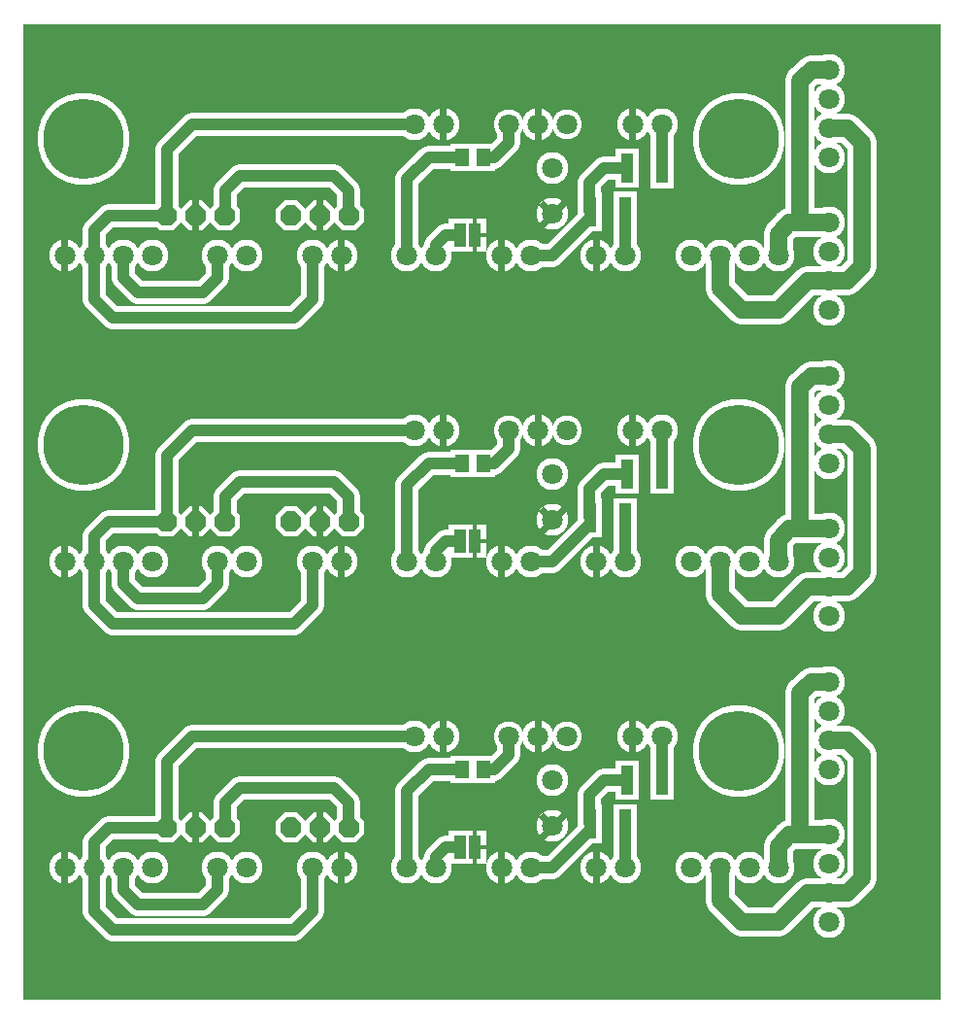
<source format=gbr>
%FSLAX34Y34*%
%MOMM*%
%LNCOPPER_TOP*%
G71*
G01*
%ADD10C, 2.80*%
%ADD11C, 8.00*%
%ADD12C, 2.50*%
%ADD13R, 2.00X3.50*%
%ADD14R, 2.10X2.40*%
%ADD15C, 2.60*%
%ADD16C, 2.00*%
%ADD17R, 2.00X3.00*%
%ADD18C, 0.60*%
%ADD19C, 0.33*%
%ADD20C, 1.80*%
%ADD21C, 7.00*%
%ADD22C, 1.50*%
%ADD23R, 1.00X2.50*%
%ADD24R, 1.30X1.60*%
%ADD25C, 1.00*%
%ADD26R, 1.00X2.00*%
%LPD*%
G36*
X0Y0D02*
X800000Y0D01*
X800000Y-850000D01*
X0Y-850000D01*
X0Y0D01*
G37*
%LPC*%
X703262Y-39688D02*
G54D10*
D03*
X703262Y-65088D02*
G54D10*
D03*
X703262Y-90488D02*
G54D10*
D03*
X703262Y-115888D02*
G54D10*
D03*
X703262Y-173038D02*
G54D10*
D03*
X703262Y-198438D02*
G54D10*
D03*
X703262Y-223838D02*
G54D10*
D03*
X703262Y-249238D02*
G54D10*
D03*
X525462Y-201612D02*
G54D10*
D03*
X500062Y-201612D02*
G54D10*
D03*
X531812Y-87312D02*
G54D10*
D03*
X557212Y-87312D02*
G54D10*
D03*
X658812Y-201612D02*
G54D10*
D03*
X633412Y-201612D02*
G54D10*
D03*
X608012Y-201612D02*
G54D10*
D03*
X582612Y-201612D02*
G54D10*
D03*
X341313Y-87312D02*
G54D10*
D03*
X366712Y-87312D02*
G54D10*
D03*
X623888Y-100012D02*
G54D11*
D03*
X52388Y-100012D02*
G54D11*
D03*
X500062Y-201612D02*
G54D10*
D03*
X112712Y-201612D02*
G54D10*
D03*
X87312Y-201612D02*
G54D10*
D03*
X61912Y-201612D02*
G54D10*
D03*
X36512Y-201612D02*
G54D10*
D03*
G54D12*
X703262Y-39688D02*
X687388Y-39688D01*
X677862Y-49212D01*
X677862Y-173038D01*
X703262Y-173038D01*
G54D12*
X703262Y-90488D02*
X719138Y-90488D01*
X731838Y-103188D01*
X731838Y-211138D01*
X719138Y-223838D01*
X703262Y-223838D01*
X494903Y-163512D02*
G54D13*
D03*
G36*
X515462Y-146013D02*
X535462Y-146012D01*
X535463Y-181012D01*
X515463Y-181013D01*
X515462Y-146013D01*
G37*
G36*
X220362Y-161292D02*
X227968Y-153688D01*
X238758Y-153688D01*
X246362Y-161292D01*
X246362Y-172082D01*
X238758Y-179688D01*
X227968Y-179688D01*
X220362Y-172082D01*
X220362Y-161292D01*
G37*
G36*
X245762Y-161292D02*
X253368Y-153688D01*
X264158Y-153688D01*
X271762Y-161292D01*
X271762Y-172082D01*
X264158Y-179688D01*
X253368Y-179688D01*
X245762Y-172082D01*
X245762Y-161292D01*
G37*
G36*
X271162Y-161292D02*
X278767Y-153688D01*
X289557Y-153688D01*
X297162Y-161292D01*
X297162Y-172082D01*
X289557Y-179688D01*
X278767Y-179688D01*
X271162Y-172082D01*
X271162Y-161292D01*
G37*
G36*
X245762Y-161292D02*
X253368Y-153688D01*
X264158Y-153688D01*
X271762Y-161292D01*
X271762Y-172082D01*
X264158Y-179688D01*
X253368Y-179688D01*
X245762Y-172082D01*
X245762Y-161292D01*
G37*
X442912Y-201612D02*
G54D10*
D03*
X417512Y-201612D02*
G54D10*
D03*
X401612Y-115912D02*
G54D14*
D03*
X382612Y-115912D02*
G54D14*
D03*
G36*
X112412Y-161292D02*
X120018Y-153688D01*
X130808Y-153688D01*
X138412Y-161292D01*
X138412Y-172082D01*
X130808Y-179688D01*
X120018Y-179688D01*
X112412Y-172082D01*
X112412Y-161292D01*
G37*
G36*
X137812Y-161292D02*
X145418Y-153688D01*
X156208Y-153688D01*
X163812Y-161292D01*
X163812Y-172082D01*
X156208Y-179688D01*
X145418Y-179688D01*
X137812Y-172082D01*
X137812Y-161292D01*
G37*
G36*
X163212Y-161293D02*
X170817Y-153688D01*
X181607Y-153688D01*
X189212Y-161293D01*
X189212Y-172083D01*
X181607Y-179688D01*
X170817Y-179688D01*
X163212Y-172083D01*
X163212Y-161293D01*
G37*
G36*
X137812Y-161292D02*
X145418Y-153688D01*
X156208Y-153688D01*
X163812Y-161292D01*
X163812Y-172082D01*
X156208Y-179688D01*
X145418Y-179688D01*
X137812Y-172082D01*
X137812Y-161292D01*
G37*
X423862Y-87312D02*
G54D15*
D03*
X449262Y-87312D02*
G54D15*
D03*
X474662Y-87312D02*
G54D15*
D03*
X417512Y-201612D02*
G54D10*
D03*
X366712Y-87312D02*
G54D10*
D03*
G54D12*
X608012Y-201612D02*
X608012Y-230188D01*
X627062Y-249238D01*
X658812Y-249238D01*
X684212Y-223838D01*
X709612Y-223838D01*
G54D16*
X525462Y-163512D02*
X525462Y-201612D01*
X531812Y-87312D02*
G54D10*
D03*
X449262Y-87312D02*
G54D10*
D03*
X360362Y-201612D02*
G54D10*
D03*
X334962Y-201612D02*
G54D10*
D03*
X36512Y-201612D02*
G54D10*
D03*
G54D16*
X125412Y-166688D02*
X74612Y-166688D01*
X61912Y-179388D01*
X61912Y-201612D01*
G54D16*
X341313Y-87312D02*
X147638Y-87312D01*
X125412Y-109538D01*
X125412Y-166688D01*
X526653Y-125412D02*
G54D13*
D03*
G36*
X547212Y-107913D02*
X567212Y-107912D01*
X567213Y-142912D01*
X547213Y-142913D01*
X547212Y-107913D01*
G37*
G54D16*
X284162Y-166688D02*
X284162Y-144462D01*
X271462Y-131762D01*
X188912Y-131762D01*
X176212Y-144462D01*
X176212Y-166688D01*
G54D16*
X557212Y-87312D02*
X557212Y-125412D01*
G54D16*
X526653Y-125412D02*
X506413Y-125412D01*
X493712Y-138112D01*
X493712Y-162322D01*
X494903Y-163512D01*
G54D16*
X423862Y-87312D02*
X423862Y-103188D01*
X411162Y-115888D01*
X401612Y-115912D01*
X461962Y-125412D02*
G54D10*
D03*
X461962Y-165412D02*
G54D10*
D03*
X195262Y-201612D02*
G54D10*
D03*
X169862Y-201612D02*
G54D10*
D03*
X277812Y-201612D02*
G54D10*
D03*
X252412Y-201612D02*
G54D10*
D03*
G54D12*
X677862Y-173038D02*
X668338Y-173038D01*
X658812Y-182562D01*
X658812Y-201612D01*
G54D16*
X494903Y-163512D02*
X494903Y-168672D01*
X461962Y-201612D01*
X442912Y-201612D01*
G54D16*
X169862Y-201612D02*
X169862Y-220662D01*
X157162Y-233362D01*
X100012Y-233362D01*
X87312Y-220662D01*
X87312Y-201612D01*
X277812Y-201612D02*
G54D10*
D03*
G54D16*
X252412Y-201612D02*
X252412Y-239712D01*
X236538Y-255588D01*
X77788Y-255588D01*
X61912Y-239712D01*
X61912Y-201612D01*
G54D16*
X382612Y-115912D02*
X353988Y-115912D01*
X334962Y-134938D01*
X334962Y-201612D01*
X381000Y-184150D02*
G54D17*
D03*
X393700Y-184150D02*
G54D17*
D03*
G54D16*
X360362Y-201612D02*
X360362Y-192088D01*
X368300Y-184150D01*
X381000Y-184150D01*
X703262Y-306388D02*
G54D10*
D03*
X703262Y-331788D02*
G54D10*
D03*
X703262Y-357188D02*
G54D10*
D03*
X703262Y-382588D02*
G54D10*
D03*
X703262Y-439738D02*
G54D10*
D03*
X703262Y-465138D02*
G54D10*
D03*
X703262Y-490538D02*
G54D10*
D03*
X703262Y-515938D02*
G54D10*
D03*
X525462Y-468312D02*
G54D10*
D03*
X500062Y-468312D02*
G54D10*
D03*
X531812Y-354012D02*
G54D10*
D03*
X557212Y-354012D02*
G54D10*
D03*
X658812Y-468312D02*
G54D10*
D03*
X633412Y-468312D02*
G54D10*
D03*
X608012Y-468312D02*
G54D10*
D03*
X582612Y-468312D02*
G54D10*
D03*
X341313Y-354012D02*
G54D10*
D03*
X366712Y-354012D02*
G54D10*
D03*
X623888Y-366712D02*
G54D11*
D03*
X52388Y-366712D02*
G54D11*
D03*
X500062Y-468312D02*
G54D10*
D03*
X112712Y-468312D02*
G54D10*
D03*
X87312Y-468312D02*
G54D10*
D03*
X61912Y-468312D02*
G54D10*
D03*
X36512Y-468312D02*
G54D10*
D03*
G54D12*
X703262Y-306388D02*
X687388Y-306388D01*
X677862Y-315912D01*
X677862Y-439738D01*
X703262Y-439738D01*
G54D12*
X703262Y-357188D02*
X719138Y-357188D01*
X731838Y-369888D01*
X731838Y-477838D01*
X719138Y-490538D01*
X703262Y-490538D01*
X494903Y-430212D02*
G54D13*
D03*
X525462Y-430212D02*
G54D13*
D03*
G36*
X220362Y-427992D02*
X227968Y-420388D01*
X238758Y-420388D01*
X246362Y-427992D01*
X246362Y-438782D01*
X238758Y-446388D01*
X227968Y-446388D01*
X220362Y-438782D01*
X220362Y-427992D01*
G37*
G36*
X245762Y-427992D02*
X253368Y-420388D01*
X264158Y-420388D01*
X271762Y-427992D01*
X271762Y-438782D01*
X264158Y-446388D01*
X253368Y-446388D01*
X245762Y-438782D01*
X245762Y-427992D01*
G37*
G36*
X271162Y-427992D02*
X278767Y-420388D01*
X289557Y-420388D01*
X297162Y-427992D01*
X297162Y-438782D01*
X289557Y-446388D01*
X278767Y-446388D01*
X271162Y-438782D01*
X271162Y-427992D01*
G37*
G36*
X245762Y-427992D02*
X253368Y-420388D01*
X264158Y-420388D01*
X271762Y-427992D01*
X271762Y-438782D01*
X264158Y-446388D01*
X253368Y-446388D01*
X245762Y-438782D01*
X245762Y-427992D01*
G37*
X442912Y-468312D02*
G54D10*
D03*
X417512Y-468312D02*
G54D10*
D03*
X401612Y-382612D02*
G54D14*
D03*
X382612Y-382612D02*
G54D14*
D03*
G36*
X112412Y-427992D02*
X120018Y-420388D01*
X130808Y-420388D01*
X138412Y-427992D01*
X138412Y-438782D01*
X130808Y-446388D01*
X120018Y-446388D01*
X112412Y-438782D01*
X112412Y-427992D01*
G37*
G36*
X137812Y-427992D02*
X145418Y-420388D01*
X156208Y-420388D01*
X163812Y-427992D01*
X163812Y-438782D01*
X156208Y-446388D01*
X145418Y-446388D01*
X137812Y-438782D01*
X137812Y-427992D01*
G37*
G36*
X163212Y-427992D02*
X170817Y-420388D01*
X181607Y-420388D01*
X189212Y-427992D01*
X189212Y-438782D01*
X181607Y-446388D01*
X170817Y-446388D01*
X163212Y-438782D01*
X163212Y-427992D01*
G37*
G36*
X137812Y-427992D02*
X145418Y-420388D01*
X156208Y-420388D01*
X163812Y-427992D01*
X163812Y-438782D01*
X156208Y-446388D01*
X145418Y-446388D01*
X137812Y-438782D01*
X137812Y-427992D01*
G37*
X423862Y-354012D02*
G54D15*
D03*
X449262Y-354012D02*
G54D15*
D03*
X474662Y-354012D02*
G54D15*
D03*
X417512Y-468312D02*
G54D10*
D03*
X366712Y-354012D02*
G54D10*
D03*
G54D12*
X608012Y-468312D02*
X608012Y-496888D01*
X627062Y-515938D01*
X658812Y-515938D01*
X684212Y-490538D01*
X709612Y-490538D01*
G54D16*
X525462Y-430212D02*
X525462Y-468312D01*
X531812Y-354012D02*
G54D10*
D03*
X449262Y-354012D02*
G54D10*
D03*
X360362Y-468312D02*
G54D10*
D03*
X334962Y-468312D02*
G54D10*
D03*
X36512Y-468312D02*
G54D10*
D03*
G54D16*
X125412Y-433388D02*
X74612Y-433388D01*
X61912Y-446088D01*
X61912Y-468312D01*
G54D16*
X341313Y-354012D02*
X147638Y-354012D01*
X125412Y-376238D01*
X125412Y-433388D01*
X526653Y-392112D02*
G54D13*
D03*
X557212Y-392112D02*
G54D13*
D03*
G54D16*
X284162Y-433388D02*
X284162Y-411162D01*
X271462Y-398462D01*
X188912Y-398462D01*
X176212Y-411162D01*
X176212Y-433388D01*
G54D16*
X557212Y-354012D02*
X557212Y-392112D01*
G54D16*
X526653Y-392112D02*
X506413Y-392112D01*
X493712Y-404812D01*
X493712Y-429022D01*
X494903Y-430212D01*
G54D16*
X423862Y-354012D02*
X423862Y-369888D01*
X411162Y-382588D01*
X401612Y-382612D01*
X461962Y-392112D02*
G54D10*
D03*
X461962Y-432112D02*
G54D10*
D03*
X195262Y-468312D02*
G54D10*
D03*
X169862Y-468312D02*
G54D10*
D03*
X277812Y-468312D02*
G54D10*
D03*
X252412Y-468312D02*
G54D10*
D03*
G54D12*
X677862Y-439738D02*
X668338Y-439738D01*
X658812Y-449262D01*
X658812Y-468312D01*
G54D16*
X494903Y-430212D02*
X494903Y-435372D01*
X461962Y-468312D01*
X442912Y-468312D01*
G54D16*
X169862Y-468312D02*
X169862Y-487362D01*
X157162Y-500062D01*
X100012Y-500062D01*
X87312Y-487362D01*
X87312Y-468312D01*
X277812Y-468312D02*
G54D10*
D03*
G54D16*
X252412Y-468312D02*
X252412Y-506412D01*
X236538Y-522288D01*
X77788Y-522288D01*
X61912Y-506412D01*
X61912Y-468312D01*
G54D16*
X382612Y-382612D02*
X353988Y-382612D01*
X334962Y-401638D01*
X334962Y-468312D01*
X381000Y-450850D02*
G54D17*
D03*
X393700Y-450850D02*
G54D17*
D03*
G54D16*
X360362Y-468312D02*
X360362Y-458788D01*
X368300Y-450850D01*
X381000Y-450850D01*
X703262Y-573088D02*
G54D10*
D03*
X703262Y-598488D02*
G54D10*
D03*
X703262Y-623888D02*
G54D10*
D03*
X703262Y-649288D02*
G54D10*
D03*
X703262Y-706438D02*
G54D10*
D03*
X703262Y-731838D02*
G54D10*
D03*
X703262Y-757238D02*
G54D10*
D03*
X703262Y-782638D02*
G54D10*
D03*
X525462Y-735012D02*
G54D10*
D03*
X500062Y-735012D02*
G54D10*
D03*
X531812Y-620712D02*
G54D10*
D03*
X557212Y-620712D02*
G54D10*
D03*
X658812Y-735012D02*
G54D10*
D03*
X633412Y-735012D02*
G54D10*
D03*
X608012Y-735012D02*
G54D10*
D03*
X582612Y-735012D02*
G54D10*
D03*
X341313Y-620712D02*
G54D10*
D03*
X366712Y-620712D02*
G54D10*
D03*
X623888Y-633412D02*
G54D11*
D03*
X52388Y-633412D02*
G54D11*
D03*
X500062Y-735012D02*
G54D10*
D03*
X112712Y-735012D02*
G54D10*
D03*
X87312Y-735012D02*
G54D10*
D03*
X61912Y-735012D02*
G54D10*
D03*
X36512Y-735012D02*
G54D10*
D03*
G54D12*
X703262Y-573088D02*
X687388Y-573088D01*
X677862Y-582612D01*
X677862Y-706438D01*
X703262Y-706438D01*
G54D12*
X703262Y-623888D02*
X719138Y-623888D01*
X731838Y-636588D01*
X731838Y-744538D01*
X719138Y-757238D01*
X703262Y-757238D01*
X494903Y-696912D02*
G54D13*
D03*
X525462Y-696912D02*
G54D13*
D03*
G36*
X220362Y-694692D02*
X227968Y-687088D01*
X238758Y-687088D01*
X246362Y-694692D01*
X246362Y-705482D01*
X238758Y-713088D01*
X227968Y-713088D01*
X220362Y-705482D01*
X220362Y-694692D01*
G37*
G36*
X245762Y-694692D02*
X253368Y-687088D01*
X264158Y-687088D01*
X271762Y-694692D01*
X271762Y-705482D01*
X264158Y-713088D01*
X253368Y-713088D01*
X245762Y-705482D01*
X245762Y-694692D01*
G37*
G36*
X271162Y-694692D02*
X278767Y-687088D01*
X289557Y-687088D01*
X297162Y-694692D01*
X297162Y-705482D01*
X289557Y-713088D01*
X278767Y-713088D01*
X271162Y-705482D01*
X271162Y-694692D01*
G37*
G36*
X245762Y-694692D02*
X253368Y-687088D01*
X264158Y-687088D01*
X271762Y-694692D01*
X271762Y-705482D01*
X264158Y-713088D01*
X253368Y-713088D01*
X245762Y-705482D01*
X245762Y-694692D01*
G37*
X442912Y-735012D02*
G54D10*
D03*
X417512Y-735012D02*
G54D10*
D03*
X401612Y-649312D02*
G54D14*
D03*
X382612Y-649312D02*
G54D14*
D03*
G36*
X112412Y-694692D02*
X120018Y-687088D01*
X130808Y-687088D01*
X138412Y-694692D01*
X138412Y-705482D01*
X130808Y-713088D01*
X120018Y-713088D01*
X112412Y-705482D01*
X112412Y-694692D01*
G37*
G36*
X137812Y-694692D02*
X145418Y-687088D01*
X156208Y-687088D01*
X163812Y-694692D01*
X163812Y-705482D01*
X156208Y-713088D01*
X145418Y-713088D01*
X137812Y-705482D01*
X137812Y-694692D01*
G37*
G36*
X163212Y-694692D02*
X170817Y-687088D01*
X181607Y-687088D01*
X189212Y-694692D01*
X189212Y-705482D01*
X181607Y-713088D01*
X170817Y-713088D01*
X163212Y-705482D01*
X163212Y-694692D01*
G37*
G36*
X137812Y-694692D02*
X145418Y-687088D01*
X156208Y-687088D01*
X163812Y-694692D01*
X163812Y-705482D01*
X156208Y-713088D01*
X145418Y-713088D01*
X137812Y-705482D01*
X137812Y-694692D01*
G37*
X423862Y-620712D02*
G54D15*
D03*
X449262Y-620712D02*
G54D15*
D03*
X474662Y-620712D02*
G54D15*
D03*
X417512Y-735012D02*
G54D10*
D03*
X366712Y-620712D02*
G54D10*
D03*
G54D12*
X608012Y-735012D02*
X608012Y-763588D01*
X627062Y-782638D01*
X658812Y-782638D01*
X684212Y-757238D01*
X709612Y-757238D01*
G54D16*
X525462Y-696912D02*
X525462Y-735012D01*
X531812Y-620712D02*
G54D10*
D03*
X449262Y-620712D02*
G54D10*
D03*
X360362Y-735012D02*
G54D10*
D03*
X334962Y-735012D02*
G54D10*
D03*
X36512Y-735012D02*
G54D10*
D03*
G54D16*
X125412Y-700088D02*
X74612Y-700088D01*
X61912Y-712788D01*
X61912Y-735012D01*
G54D16*
X341313Y-620712D02*
X147638Y-620712D01*
X125412Y-642938D01*
X125412Y-700088D01*
X526653Y-658812D02*
G54D13*
D03*
X557212Y-658812D02*
G54D13*
D03*
G54D16*
X284162Y-700088D02*
X284162Y-677862D01*
X271462Y-665162D01*
X188912Y-665162D01*
X176212Y-677862D01*
X176212Y-700088D01*
G54D16*
X557212Y-620712D02*
X557212Y-658812D01*
G54D16*
X526653Y-658812D02*
X506413Y-658812D01*
X493712Y-671512D01*
X493712Y-695722D01*
X494903Y-696912D01*
G54D16*
X423862Y-620712D02*
X423862Y-636588D01*
X411162Y-649288D01*
X401612Y-649312D01*
X461962Y-658812D02*
G54D10*
D03*
X461962Y-698812D02*
G54D10*
D03*
X195262Y-735012D02*
G54D10*
D03*
X169862Y-735012D02*
G54D10*
D03*
X277812Y-735012D02*
G54D10*
D03*
X252412Y-735012D02*
G54D10*
D03*
G54D12*
X677862Y-706438D02*
X668338Y-706438D01*
X658812Y-715962D01*
X658812Y-735012D01*
G54D16*
X494903Y-696912D02*
X494903Y-702072D01*
X461962Y-735012D01*
X442912Y-735012D01*
G54D16*
X169862Y-735012D02*
X169862Y-754062D01*
X157162Y-766762D01*
X100012Y-766762D01*
X87312Y-754062D01*
X87312Y-735012D01*
X277812Y-735012D02*
G54D10*
D03*
G54D16*
X252412Y-735012D02*
X252412Y-773112D01*
X236538Y-788988D01*
X77788Y-788988D01*
X61912Y-773112D01*
X61912Y-735012D01*
G54D16*
X382612Y-649312D02*
X353988Y-649312D01*
X334962Y-668338D01*
X334962Y-735012D01*
X381000Y-717550D02*
G54D17*
D03*
X393700Y-717550D02*
G54D17*
D03*
G54D16*
X360362Y-735012D02*
X360362Y-725488D01*
X368300Y-717550D01*
X381000Y-717550D01*
%LPD*%
G54D18*
G36*
X503062Y-201612D02*
X503062Y-216112D01*
X497062Y-216112D01*
X497062Y-201612D01*
X503062Y-201612D01*
G37*
G36*
X497062Y-201612D02*
X497062Y-187112D01*
X503062Y-187112D01*
X503062Y-201612D01*
X497062Y-201612D01*
G37*
G54D18*
G36*
X255762Y-166688D02*
X255762Y-153188D01*
X261762Y-153188D01*
X261762Y-166688D01*
X255762Y-166688D01*
G37*
G36*
X261762Y-166688D02*
X261762Y-180188D01*
X255762Y-180188D01*
X255762Y-166688D01*
X261762Y-166688D01*
G37*
G54D18*
G36*
X147812Y-166688D02*
X147812Y-153188D01*
X153812Y-153188D01*
X153812Y-166688D01*
X147812Y-166688D01*
G37*
G36*
X153812Y-166688D02*
X153812Y-180188D01*
X147812Y-180188D01*
X147812Y-166688D01*
X153812Y-166688D01*
G37*
G54D18*
G36*
X420512Y-201612D02*
X420512Y-216112D01*
X414512Y-216112D01*
X414512Y-201612D01*
X420512Y-201612D01*
G37*
G36*
X414512Y-201612D02*
X414512Y-187112D01*
X420512Y-187112D01*
X420512Y-201612D01*
X414512Y-201612D01*
G37*
G54D18*
G36*
X369712Y-87312D02*
X369712Y-101812D01*
X363712Y-101812D01*
X363712Y-87312D01*
X369712Y-87312D01*
G37*
G36*
X363712Y-87312D02*
X363712Y-72812D01*
X369712Y-72812D01*
X369712Y-87312D01*
X363712Y-87312D01*
G37*
G54D18*
G36*
X534812Y-87312D02*
X534812Y-101812D01*
X528812Y-101812D01*
X528812Y-87312D01*
X534812Y-87312D01*
G37*
G36*
X528812Y-87312D02*
X528812Y-72812D01*
X534812Y-72812D01*
X534812Y-87312D01*
X528812Y-87312D01*
G37*
G54D18*
G36*
X452262Y-87312D02*
X452262Y-101812D01*
X446262Y-101812D01*
X446262Y-87312D01*
X452262Y-87312D01*
G37*
G36*
X446262Y-87312D02*
X446262Y-72812D01*
X452262Y-72812D01*
X452262Y-87312D01*
X446262Y-87312D01*
G37*
G54D18*
G36*
X39512Y-201612D02*
X39512Y-216112D01*
X33512Y-216112D01*
X33512Y-201612D01*
X39512Y-201612D01*
G37*
G36*
X33512Y-201612D02*
X33512Y-187112D01*
X39512Y-187112D01*
X39512Y-201612D01*
X33512Y-201612D01*
G37*
G54D18*
G36*
X464084Y-167534D02*
X453831Y-177787D01*
X449588Y-173544D01*
X459841Y-163291D01*
X464084Y-167534D01*
G37*
G36*
X459841Y-167534D02*
X449588Y-157281D01*
X453831Y-153038D01*
X464084Y-163291D01*
X459841Y-167534D01*
G37*
G36*
X459841Y-163291D02*
X470094Y-153038D01*
X474337Y-157281D01*
X464084Y-167534D01*
X459841Y-163291D01*
G37*
G54D18*
G36*
X280812Y-201612D02*
X280812Y-216112D01*
X274812Y-216112D01*
X274812Y-201612D01*
X280812Y-201612D01*
G37*
G36*
X274812Y-201612D02*
X274812Y-187112D01*
X280812Y-187112D01*
X280812Y-201612D01*
X274812Y-201612D01*
G37*
G54D19*
G36*
X392034Y-184150D02*
X392034Y-168650D01*
X395366Y-168650D01*
X395366Y-184150D01*
X392034Y-184150D01*
G37*
G36*
X393700Y-182484D02*
X404200Y-182484D01*
X404200Y-185816D01*
X393700Y-185816D01*
X393700Y-182484D01*
G37*
G36*
X395366Y-184150D02*
X395366Y-199650D01*
X392034Y-199650D01*
X392034Y-184150D01*
X395366Y-184150D01*
G37*
G54D18*
G36*
X503062Y-468312D02*
X503062Y-482812D01*
X497062Y-482812D01*
X497062Y-468312D01*
X503062Y-468312D01*
G37*
G36*
X497062Y-468312D02*
X497062Y-453812D01*
X503062Y-453812D01*
X503062Y-468312D01*
X497062Y-468312D01*
G37*
G54D18*
G36*
X255762Y-433388D02*
X255762Y-419888D01*
X261762Y-419888D01*
X261762Y-433388D01*
X255762Y-433388D01*
G37*
G36*
X261762Y-433388D02*
X261762Y-446888D01*
X255762Y-446888D01*
X255762Y-433388D01*
X261762Y-433388D01*
G37*
G54D18*
G36*
X147812Y-433388D02*
X147812Y-419888D01*
X153812Y-419888D01*
X153812Y-433388D01*
X147812Y-433388D01*
G37*
G36*
X153812Y-433388D02*
X153812Y-446888D01*
X147812Y-446888D01*
X147812Y-433388D01*
X153812Y-433388D01*
G37*
G54D18*
G36*
X420512Y-468312D02*
X420512Y-482812D01*
X414512Y-482812D01*
X414512Y-468312D01*
X420512Y-468312D01*
G37*
G36*
X414512Y-468312D02*
X414512Y-453812D01*
X420512Y-453812D01*
X420512Y-468312D01*
X414512Y-468312D01*
G37*
G54D18*
G36*
X369712Y-354012D02*
X369712Y-368512D01*
X363712Y-368512D01*
X363712Y-354012D01*
X369712Y-354012D01*
G37*
G36*
X363712Y-354012D02*
X363712Y-339512D01*
X369712Y-339512D01*
X369712Y-354012D01*
X363712Y-354012D01*
G37*
G54D18*
G36*
X534812Y-354012D02*
X534812Y-368512D01*
X528812Y-368512D01*
X528812Y-354012D01*
X534812Y-354012D01*
G37*
G36*
X528812Y-354012D02*
X528812Y-339512D01*
X534812Y-339512D01*
X534812Y-354012D01*
X528812Y-354012D01*
G37*
G54D18*
G36*
X452262Y-354012D02*
X452262Y-368512D01*
X446262Y-368512D01*
X446262Y-354012D01*
X452262Y-354012D01*
G37*
G36*
X446262Y-354012D02*
X446262Y-339512D01*
X452262Y-339512D01*
X452262Y-354012D01*
X446262Y-354012D01*
G37*
G54D18*
G36*
X39512Y-468312D02*
X39512Y-482812D01*
X33512Y-482812D01*
X33512Y-468312D01*
X39512Y-468312D01*
G37*
G36*
X33512Y-468312D02*
X33512Y-453812D01*
X39512Y-453812D01*
X39512Y-468312D01*
X33512Y-468312D01*
G37*
G54D18*
G36*
X464084Y-434234D02*
X453831Y-444487D01*
X449588Y-440244D01*
X459841Y-429991D01*
X464084Y-434234D01*
G37*
G36*
X459841Y-434234D02*
X449588Y-423981D01*
X453831Y-419738D01*
X464084Y-429991D01*
X459841Y-434234D01*
G37*
G36*
X459841Y-429991D02*
X470094Y-419738D01*
X474337Y-423981D01*
X464084Y-434234D01*
X459841Y-429991D01*
G37*
G54D18*
G36*
X280812Y-468312D02*
X280812Y-482812D01*
X274812Y-482812D01*
X274812Y-468312D01*
X280812Y-468312D01*
G37*
G36*
X274812Y-468312D02*
X274812Y-453812D01*
X280812Y-453812D01*
X280812Y-468312D01*
X274812Y-468312D01*
G37*
G54D19*
G36*
X392034Y-450850D02*
X392034Y-435350D01*
X395366Y-435350D01*
X395366Y-450850D01*
X392034Y-450850D01*
G37*
G36*
X393700Y-449184D02*
X404200Y-449184D01*
X404200Y-452516D01*
X393700Y-452516D01*
X393700Y-449184D01*
G37*
G36*
X395366Y-450850D02*
X395366Y-466350D01*
X392034Y-466350D01*
X392034Y-450850D01*
X395366Y-450850D01*
G37*
G54D18*
G36*
X503062Y-735012D02*
X503062Y-749512D01*
X497062Y-749512D01*
X497062Y-735012D01*
X503062Y-735012D01*
G37*
G36*
X497062Y-735012D02*
X497062Y-720512D01*
X503062Y-720512D01*
X503062Y-735012D01*
X497062Y-735012D01*
G37*
G54D18*
G36*
X255762Y-700088D02*
X255762Y-686588D01*
X261762Y-686588D01*
X261762Y-700088D01*
X255762Y-700088D01*
G37*
G36*
X261762Y-700088D02*
X261762Y-713588D01*
X255762Y-713588D01*
X255762Y-700088D01*
X261762Y-700088D01*
G37*
G54D18*
G36*
X147812Y-700088D02*
X147812Y-686588D01*
X153812Y-686588D01*
X153812Y-700088D01*
X147812Y-700088D01*
G37*
G36*
X153812Y-700088D02*
X153812Y-713588D01*
X147812Y-713588D01*
X147812Y-700088D01*
X153812Y-700088D01*
G37*
G54D18*
G36*
X420512Y-735012D02*
X420512Y-749512D01*
X414512Y-749512D01*
X414512Y-735012D01*
X420512Y-735012D01*
G37*
G36*
X414512Y-735012D02*
X414512Y-720512D01*
X420512Y-720512D01*
X420512Y-735012D01*
X414512Y-735012D01*
G37*
G54D18*
G36*
X369712Y-620712D02*
X369712Y-635212D01*
X363712Y-635212D01*
X363712Y-620712D01*
X369712Y-620712D01*
G37*
G36*
X363712Y-620712D02*
X363712Y-606212D01*
X369712Y-606212D01*
X369712Y-620712D01*
X363712Y-620712D01*
G37*
G54D18*
G36*
X534812Y-620712D02*
X534812Y-635212D01*
X528812Y-635212D01*
X528812Y-620712D01*
X534812Y-620712D01*
G37*
G36*
X528812Y-620712D02*
X528812Y-606212D01*
X534812Y-606212D01*
X534812Y-620712D01*
X528812Y-620712D01*
G37*
G54D18*
G36*
X452262Y-620712D02*
X452262Y-635212D01*
X446262Y-635212D01*
X446262Y-620712D01*
X452262Y-620712D01*
G37*
G36*
X446262Y-620712D02*
X446262Y-606212D01*
X452262Y-606212D01*
X452262Y-620712D01*
X446262Y-620712D01*
G37*
G54D18*
G36*
X39512Y-735012D02*
X39512Y-749512D01*
X33512Y-749512D01*
X33512Y-735012D01*
X39512Y-735012D01*
G37*
G36*
X33512Y-735012D02*
X33512Y-720512D01*
X39512Y-720512D01*
X39512Y-735012D01*
X33512Y-735012D01*
G37*
G54D18*
G36*
X464084Y-700934D02*
X453831Y-711187D01*
X449588Y-706944D01*
X459841Y-696691D01*
X464084Y-700934D01*
G37*
G36*
X459841Y-700934D02*
X449588Y-690681D01*
X453831Y-686438D01*
X464084Y-696691D01*
X459841Y-700934D01*
G37*
G36*
X459841Y-696691D02*
X470094Y-686438D01*
X474337Y-690681D01*
X464084Y-700934D01*
X459841Y-696691D01*
G37*
G54D18*
G36*
X280812Y-735012D02*
X280812Y-749512D01*
X274812Y-749512D01*
X274812Y-735012D01*
X280812Y-735012D01*
G37*
G36*
X274812Y-735012D02*
X274812Y-720512D01*
X280812Y-720512D01*
X280812Y-735012D01*
X274812Y-735012D01*
G37*
G54D19*
G36*
X392034Y-717550D02*
X392034Y-702050D01*
X395366Y-702050D01*
X395366Y-717550D01*
X392034Y-717550D01*
G37*
G36*
X393700Y-715884D02*
X404200Y-715884D01*
X404200Y-719216D01*
X393700Y-719216D01*
X393700Y-715884D01*
G37*
G36*
X395366Y-717550D02*
X395366Y-733050D01*
X392034Y-733050D01*
X392034Y-717550D01*
X395366Y-717550D01*
G37*
X703262Y-39688D02*
G54D20*
D03*
X703262Y-65088D02*
G54D20*
D03*
X703262Y-90488D02*
G54D20*
D03*
X703262Y-115888D02*
G54D20*
D03*
X703262Y-173038D02*
G54D20*
D03*
X703262Y-198438D02*
G54D20*
D03*
X703262Y-223838D02*
G54D20*
D03*
X703262Y-249238D02*
G54D20*
D03*
X525462Y-201612D02*
G54D20*
D03*
X500062Y-201612D02*
G54D20*
D03*
X531812Y-87312D02*
G54D20*
D03*
X557212Y-87312D02*
G54D20*
D03*
X658812Y-201612D02*
G54D20*
D03*
X633412Y-201612D02*
G54D20*
D03*
X608012Y-201612D02*
G54D20*
D03*
X582612Y-201612D02*
G54D20*
D03*
X341313Y-87312D02*
G54D20*
D03*
X366712Y-87312D02*
G54D20*
D03*
X623888Y-100012D02*
G54D21*
D03*
X52388Y-100012D02*
G54D21*
D03*
X500062Y-201612D02*
G54D20*
D03*
X112712Y-201612D02*
G54D20*
D03*
X87312Y-201612D02*
G54D20*
D03*
X61912Y-201612D02*
G54D20*
D03*
X36512Y-201612D02*
G54D20*
D03*
G54D22*
X703262Y-39688D02*
X687388Y-39688D01*
X677862Y-49212D01*
X677862Y-173038D01*
X703262Y-173038D01*
G54D22*
X703262Y-90488D02*
X719138Y-90488D01*
X731838Y-103188D01*
X731838Y-211138D01*
X719138Y-223838D01*
X703262Y-223838D01*
X494903Y-163512D02*
G54D23*
D03*
G36*
X520462Y-151013D02*
X530462Y-151012D01*
X530463Y-176012D01*
X520463Y-176013D01*
X520462Y-151013D01*
G37*
G36*
X224362Y-162952D02*
X229628Y-157688D01*
X237098Y-157688D01*
X242362Y-162952D01*
X242362Y-170422D01*
X237098Y-175688D01*
X229628Y-175688D01*
X224362Y-170422D01*
X224362Y-162952D01*
G37*
G36*
X249762Y-162952D02*
X255028Y-157688D01*
X262498Y-157688D01*
X267762Y-162952D01*
X267762Y-170422D01*
X262498Y-175688D01*
X255028Y-175688D01*
X249762Y-170422D01*
X249762Y-162952D01*
G37*
G36*
X275162Y-162952D02*
X280427Y-157688D01*
X287897Y-157688D01*
X293162Y-162952D01*
X293162Y-170422D01*
X287897Y-175688D01*
X280427Y-175688D01*
X275162Y-170422D01*
X275162Y-162952D01*
G37*
G36*
X249762Y-162952D02*
X255028Y-157688D01*
X262498Y-157688D01*
X267762Y-162952D01*
X267762Y-170422D01*
X262498Y-175688D01*
X255028Y-175688D01*
X249762Y-170422D01*
X249762Y-162952D01*
G37*
X442912Y-201612D02*
G54D20*
D03*
X417512Y-201612D02*
G54D20*
D03*
X401612Y-115912D02*
G54D24*
D03*
X382612Y-115912D02*
G54D24*
D03*
G36*
X116412Y-162952D02*
X121678Y-157688D01*
X129148Y-157688D01*
X134412Y-162952D01*
X134412Y-170422D01*
X129148Y-175688D01*
X121678Y-175688D01*
X116412Y-170422D01*
X116412Y-162952D01*
G37*
G36*
X141812Y-162952D02*
X147078Y-157688D01*
X154548Y-157688D01*
X159812Y-162952D01*
X159812Y-170422D01*
X154548Y-175688D01*
X147078Y-175688D01*
X141812Y-170422D01*
X141812Y-162952D01*
G37*
G36*
X167212Y-162953D02*
X172477Y-157688D01*
X179947Y-157688D01*
X185212Y-162953D01*
X185212Y-170423D01*
X179947Y-175688D01*
X172477Y-175688D01*
X167212Y-170423D01*
X167212Y-162953D01*
G37*
G36*
X141812Y-162952D02*
X147078Y-157688D01*
X154548Y-157688D01*
X159812Y-162952D01*
X159812Y-170422D01*
X154548Y-175688D01*
X147078Y-175688D01*
X141812Y-170422D01*
X141812Y-162952D01*
G37*
X423862Y-87312D02*
G54D20*
D03*
X449262Y-87312D02*
G54D20*
D03*
X474662Y-87312D02*
G54D20*
D03*
X417512Y-201612D02*
G54D20*
D03*
X366712Y-87312D02*
G54D20*
D03*
G54D22*
X608012Y-201612D02*
X608012Y-230188D01*
X627062Y-249238D01*
X658812Y-249238D01*
X684212Y-223838D01*
X709612Y-223838D01*
G54D25*
X525462Y-163512D02*
X525462Y-201612D01*
X531812Y-87312D02*
G54D20*
D03*
X449262Y-87312D02*
G54D20*
D03*
X360362Y-201612D02*
G54D20*
D03*
X334962Y-201612D02*
G54D20*
D03*
X36512Y-201612D02*
G54D20*
D03*
G54D25*
X125412Y-166688D02*
X74612Y-166688D01*
X61912Y-179388D01*
X61912Y-201612D01*
G54D25*
X341313Y-87312D02*
X147638Y-87312D01*
X125412Y-109538D01*
X125412Y-166688D01*
X526653Y-125412D02*
G54D23*
D03*
G36*
X552212Y-112913D02*
X562212Y-112912D01*
X562213Y-137912D01*
X552213Y-137913D01*
X552212Y-112913D01*
G37*
G54D25*
X284162Y-166688D02*
X284162Y-144462D01*
X271462Y-131762D01*
X188912Y-131762D01*
X176212Y-144462D01*
X176212Y-166688D01*
G54D25*
X557212Y-87312D02*
X557212Y-125412D01*
G54D25*
X526653Y-125412D02*
X506413Y-125412D01*
X493712Y-138112D01*
X493712Y-162322D01*
X494903Y-163512D01*
G54D25*
X423862Y-87312D02*
X423862Y-103188D01*
X411162Y-115888D01*
X401612Y-115912D01*
X461962Y-125412D02*
G54D20*
D03*
X461962Y-165412D02*
G54D20*
D03*
X195262Y-201612D02*
G54D20*
D03*
X169862Y-201612D02*
G54D20*
D03*
X277812Y-201612D02*
G54D20*
D03*
X252412Y-201612D02*
G54D20*
D03*
G54D22*
X677862Y-173038D02*
X668338Y-173038D01*
X658812Y-182562D01*
X658812Y-201612D01*
G54D25*
X494903Y-163512D02*
X494903Y-168672D01*
X461962Y-201612D01*
X442912Y-201612D01*
G54D25*
X169862Y-201612D02*
X169862Y-220662D01*
X157162Y-233362D01*
X100012Y-233362D01*
X87312Y-220662D01*
X87312Y-201612D01*
X277812Y-201612D02*
G54D20*
D03*
G54D25*
X252412Y-201612D02*
X252412Y-239712D01*
X236538Y-255588D01*
X77788Y-255588D01*
X61912Y-239712D01*
X61912Y-201612D01*
G54D25*
X382612Y-115912D02*
X353988Y-115912D01*
X334962Y-134938D01*
X334962Y-201612D01*
X381000Y-184150D02*
G54D26*
D03*
X393700Y-184150D02*
G54D26*
D03*
G54D25*
X360362Y-201612D02*
X360362Y-192088D01*
X368300Y-184150D01*
X381000Y-184150D01*
X703262Y-306388D02*
G54D20*
D03*
X703262Y-331788D02*
G54D20*
D03*
X703262Y-357188D02*
G54D20*
D03*
X703262Y-382588D02*
G54D20*
D03*
X703262Y-439738D02*
G54D20*
D03*
X703262Y-465138D02*
G54D20*
D03*
X703262Y-490538D02*
G54D20*
D03*
X703262Y-515938D02*
G54D20*
D03*
X525462Y-468312D02*
G54D20*
D03*
X500062Y-468312D02*
G54D20*
D03*
X531812Y-354012D02*
G54D20*
D03*
X557212Y-354012D02*
G54D20*
D03*
X658812Y-468312D02*
G54D20*
D03*
X633412Y-468312D02*
G54D20*
D03*
X608012Y-468312D02*
G54D20*
D03*
X582612Y-468312D02*
G54D20*
D03*
X341313Y-354012D02*
G54D20*
D03*
X366712Y-354012D02*
G54D20*
D03*
X623888Y-366712D02*
G54D21*
D03*
X52388Y-366712D02*
G54D21*
D03*
X500062Y-468312D02*
G54D20*
D03*
X112712Y-468312D02*
G54D20*
D03*
X87312Y-468312D02*
G54D20*
D03*
X61912Y-468312D02*
G54D20*
D03*
X36512Y-468312D02*
G54D20*
D03*
G54D22*
X703262Y-306388D02*
X687388Y-306388D01*
X677862Y-315912D01*
X677862Y-439738D01*
X703262Y-439738D01*
G54D22*
X703262Y-357188D02*
X719138Y-357188D01*
X731838Y-369888D01*
X731838Y-477838D01*
X719138Y-490538D01*
X703262Y-490538D01*
X494903Y-430212D02*
G54D23*
D03*
X525462Y-430212D02*
G54D23*
D03*
G36*
X224362Y-429652D02*
X229628Y-424388D01*
X237098Y-424388D01*
X242362Y-429652D01*
X242362Y-437122D01*
X237098Y-442388D01*
X229628Y-442388D01*
X224362Y-437122D01*
X224362Y-429652D01*
G37*
G36*
X249762Y-429652D02*
X255028Y-424388D01*
X262498Y-424388D01*
X267762Y-429652D01*
X267762Y-437122D01*
X262498Y-442388D01*
X255028Y-442388D01*
X249762Y-437122D01*
X249762Y-429652D01*
G37*
G36*
X275162Y-429652D02*
X280427Y-424388D01*
X287897Y-424388D01*
X293162Y-429652D01*
X293162Y-437122D01*
X287897Y-442388D01*
X280427Y-442388D01*
X275162Y-437122D01*
X275162Y-429652D01*
G37*
G36*
X249762Y-429652D02*
X255028Y-424388D01*
X262498Y-424388D01*
X267762Y-429652D01*
X267762Y-437122D01*
X262498Y-442388D01*
X255028Y-442388D01*
X249762Y-437122D01*
X249762Y-429652D01*
G37*
X442912Y-468312D02*
G54D20*
D03*
X417512Y-468312D02*
G54D20*
D03*
X401612Y-382612D02*
G54D24*
D03*
X382612Y-382612D02*
G54D24*
D03*
G36*
X116412Y-429652D02*
X121678Y-424388D01*
X129148Y-424388D01*
X134412Y-429652D01*
X134412Y-437122D01*
X129148Y-442388D01*
X121678Y-442388D01*
X116412Y-437122D01*
X116412Y-429652D01*
G37*
G36*
X141812Y-429652D02*
X147078Y-424388D01*
X154548Y-424388D01*
X159812Y-429652D01*
X159812Y-437122D01*
X154548Y-442388D01*
X147078Y-442388D01*
X141812Y-437122D01*
X141812Y-429652D01*
G37*
G36*
X167212Y-429652D02*
X172477Y-424388D01*
X179947Y-424388D01*
X185212Y-429652D01*
X185212Y-437122D01*
X179947Y-442388D01*
X172477Y-442388D01*
X167212Y-437122D01*
X167212Y-429652D01*
G37*
G36*
X141812Y-429652D02*
X147078Y-424388D01*
X154548Y-424388D01*
X159812Y-429652D01*
X159812Y-437122D01*
X154548Y-442388D01*
X147078Y-442388D01*
X141812Y-437122D01*
X141812Y-429652D01*
G37*
X423862Y-354012D02*
G54D20*
D03*
X449262Y-354012D02*
G54D20*
D03*
X474662Y-354012D02*
G54D20*
D03*
X417512Y-468312D02*
G54D20*
D03*
X366712Y-354012D02*
G54D20*
D03*
G54D22*
X608012Y-468312D02*
X608012Y-496888D01*
X627062Y-515938D01*
X658812Y-515938D01*
X684212Y-490538D01*
X709612Y-490538D01*
G54D25*
X525462Y-430212D02*
X525462Y-468312D01*
X531812Y-354012D02*
G54D20*
D03*
X449262Y-354012D02*
G54D20*
D03*
X360362Y-468312D02*
G54D20*
D03*
X334962Y-468312D02*
G54D20*
D03*
X36512Y-468312D02*
G54D20*
D03*
G54D25*
X125412Y-433388D02*
X74612Y-433388D01*
X61912Y-446088D01*
X61912Y-468312D01*
G54D25*
X341313Y-354012D02*
X147638Y-354012D01*
X125412Y-376238D01*
X125412Y-433388D01*
X526653Y-392112D02*
G54D23*
D03*
X557212Y-392112D02*
G54D23*
D03*
G54D25*
X284162Y-433388D02*
X284162Y-411162D01*
X271462Y-398462D01*
X188912Y-398462D01*
X176212Y-411162D01*
X176212Y-433388D01*
G54D25*
X557212Y-354012D02*
X557212Y-392112D01*
G54D25*
X526653Y-392112D02*
X506413Y-392112D01*
X493712Y-404812D01*
X493712Y-429022D01*
X494903Y-430212D01*
G54D25*
X423862Y-354012D02*
X423862Y-369888D01*
X411162Y-382588D01*
X401612Y-382612D01*
X461962Y-392112D02*
G54D20*
D03*
X461962Y-432112D02*
G54D20*
D03*
X195262Y-468312D02*
G54D20*
D03*
X169862Y-468312D02*
G54D20*
D03*
X277812Y-468312D02*
G54D20*
D03*
X252412Y-468312D02*
G54D20*
D03*
G54D22*
X677862Y-439738D02*
X668338Y-439738D01*
X658812Y-449262D01*
X658812Y-468312D01*
G54D25*
X494903Y-430212D02*
X494903Y-435372D01*
X461962Y-468312D01*
X442912Y-468312D01*
G54D25*
X169862Y-468312D02*
X169862Y-487362D01*
X157162Y-500062D01*
X100012Y-500062D01*
X87312Y-487362D01*
X87312Y-468312D01*
X277812Y-468312D02*
G54D20*
D03*
G54D25*
X252412Y-468312D02*
X252412Y-506412D01*
X236538Y-522288D01*
X77788Y-522288D01*
X61912Y-506412D01*
X61912Y-468312D01*
G54D25*
X382612Y-382612D02*
X353988Y-382612D01*
X334962Y-401638D01*
X334962Y-468312D01*
X381000Y-450850D02*
G54D26*
D03*
X393700Y-450850D02*
G54D26*
D03*
G54D25*
X360362Y-468312D02*
X360362Y-458788D01*
X368300Y-450850D01*
X381000Y-450850D01*
X703262Y-573088D02*
G54D20*
D03*
X703262Y-598488D02*
G54D20*
D03*
X703262Y-623888D02*
G54D20*
D03*
X703262Y-649288D02*
G54D20*
D03*
X703262Y-706438D02*
G54D20*
D03*
X703262Y-731838D02*
G54D20*
D03*
X703262Y-757238D02*
G54D20*
D03*
X703262Y-782638D02*
G54D20*
D03*
X525462Y-735012D02*
G54D20*
D03*
X500062Y-735012D02*
G54D20*
D03*
X531812Y-620712D02*
G54D20*
D03*
X557212Y-620712D02*
G54D20*
D03*
X658812Y-735012D02*
G54D20*
D03*
X633412Y-735012D02*
G54D20*
D03*
X608012Y-735012D02*
G54D20*
D03*
X582612Y-735012D02*
G54D20*
D03*
X341313Y-620712D02*
G54D20*
D03*
X366712Y-620712D02*
G54D20*
D03*
X623888Y-633412D02*
G54D21*
D03*
X52388Y-633412D02*
G54D21*
D03*
X500062Y-735012D02*
G54D20*
D03*
X112712Y-735012D02*
G54D20*
D03*
X87312Y-735012D02*
G54D20*
D03*
X61912Y-735012D02*
G54D20*
D03*
X36512Y-735012D02*
G54D20*
D03*
G54D22*
X703262Y-573088D02*
X687388Y-573088D01*
X677862Y-582612D01*
X677862Y-706438D01*
X703262Y-706438D01*
G54D22*
X703262Y-623888D02*
X719138Y-623888D01*
X731838Y-636588D01*
X731838Y-744538D01*
X719138Y-757238D01*
X703262Y-757238D01*
X494903Y-696912D02*
G54D23*
D03*
X525462Y-696912D02*
G54D23*
D03*
G36*
X224362Y-696352D02*
X229628Y-691088D01*
X237098Y-691088D01*
X242362Y-696352D01*
X242362Y-703822D01*
X237098Y-709088D01*
X229628Y-709088D01*
X224362Y-703822D01*
X224362Y-696352D01*
G37*
G36*
X249762Y-696352D02*
X255028Y-691088D01*
X262498Y-691088D01*
X267762Y-696352D01*
X267762Y-703822D01*
X262498Y-709088D01*
X255028Y-709088D01*
X249762Y-703822D01*
X249762Y-696352D01*
G37*
G36*
X275162Y-696352D02*
X280427Y-691088D01*
X287897Y-691088D01*
X293162Y-696352D01*
X293162Y-703822D01*
X287897Y-709088D01*
X280427Y-709088D01*
X275162Y-703822D01*
X275162Y-696352D01*
G37*
G36*
X249762Y-696352D02*
X255028Y-691088D01*
X262498Y-691088D01*
X267762Y-696352D01*
X267762Y-703822D01*
X262498Y-709088D01*
X255028Y-709088D01*
X249762Y-703822D01*
X249762Y-696352D01*
G37*
X442912Y-735012D02*
G54D20*
D03*
X417512Y-735012D02*
G54D20*
D03*
X401612Y-649312D02*
G54D24*
D03*
X382612Y-649312D02*
G54D24*
D03*
G36*
X116412Y-696352D02*
X121678Y-691088D01*
X129148Y-691088D01*
X134412Y-696352D01*
X134412Y-703822D01*
X129148Y-709088D01*
X121678Y-709088D01*
X116412Y-703822D01*
X116412Y-696352D01*
G37*
G36*
X141812Y-696352D02*
X147078Y-691088D01*
X154548Y-691088D01*
X159812Y-696352D01*
X159812Y-703822D01*
X154548Y-709088D01*
X147078Y-709088D01*
X141812Y-703822D01*
X141812Y-696352D01*
G37*
G36*
X167212Y-696352D02*
X172477Y-691088D01*
X179947Y-691088D01*
X185212Y-696352D01*
X185212Y-703822D01*
X179947Y-709088D01*
X172477Y-709088D01*
X167212Y-703822D01*
X167212Y-696352D01*
G37*
G36*
X141812Y-696352D02*
X147078Y-691088D01*
X154548Y-691088D01*
X159812Y-696352D01*
X159812Y-703822D01*
X154548Y-709088D01*
X147078Y-709088D01*
X141812Y-703822D01*
X141812Y-696352D01*
G37*
X423862Y-620712D02*
G54D20*
D03*
X449262Y-620712D02*
G54D20*
D03*
X474662Y-620712D02*
G54D20*
D03*
X417512Y-735012D02*
G54D20*
D03*
X366712Y-620712D02*
G54D20*
D03*
G54D22*
X608012Y-735012D02*
X608012Y-763588D01*
X627062Y-782638D01*
X658812Y-782638D01*
X684212Y-757238D01*
X709612Y-757238D01*
G54D25*
X525462Y-696912D02*
X525462Y-735012D01*
X531812Y-620712D02*
G54D20*
D03*
X449262Y-620712D02*
G54D20*
D03*
X360362Y-735012D02*
G54D20*
D03*
X334962Y-735012D02*
G54D20*
D03*
X36512Y-735012D02*
G54D20*
D03*
G54D25*
X125412Y-700088D02*
X74612Y-700088D01*
X61912Y-712788D01*
X61912Y-735012D01*
G54D25*
X341313Y-620712D02*
X147638Y-620712D01*
X125412Y-642938D01*
X125412Y-700088D01*
X526653Y-658812D02*
G54D23*
D03*
X557212Y-658812D02*
G54D23*
D03*
G54D25*
X284162Y-700088D02*
X284162Y-677862D01*
X271462Y-665162D01*
X188912Y-665162D01*
X176212Y-677862D01*
X176212Y-700088D01*
G54D25*
X557212Y-620712D02*
X557212Y-658812D01*
G54D25*
X526653Y-658812D02*
X506413Y-658812D01*
X493712Y-671512D01*
X493712Y-695722D01*
X494903Y-696912D01*
G54D25*
X423862Y-620712D02*
X423862Y-636588D01*
X411162Y-649288D01*
X401612Y-649312D01*
X461962Y-658812D02*
G54D20*
D03*
X461962Y-698812D02*
G54D20*
D03*
X195262Y-735012D02*
G54D20*
D03*
X169862Y-735012D02*
G54D20*
D03*
X277812Y-735012D02*
G54D20*
D03*
X252412Y-735012D02*
G54D20*
D03*
G54D22*
X677862Y-706438D02*
X668338Y-706438D01*
X658812Y-715962D01*
X658812Y-735012D01*
G54D25*
X494903Y-696912D02*
X494903Y-702072D01*
X461962Y-735012D01*
X442912Y-735012D01*
G54D25*
X169862Y-735012D02*
X169862Y-754062D01*
X157162Y-766762D01*
X100012Y-766762D01*
X87312Y-754062D01*
X87312Y-735012D01*
X277812Y-735012D02*
G54D20*
D03*
G54D25*
X252412Y-735012D02*
X252412Y-773112D01*
X236538Y-788988D01*
X77788Y-788988D01*
X61912Y-773112D01*
X61912Y-735012D01*
G54D25*
X382612Y-649312D02*
X353988Y-649312D01*
X334962Y-668338D01*
X334962Y-735012D01*
X381000Y-717550D02*
G54D26*
D03*
X393700Y-717550D02*
G54D26*
D03*
G54D25*
X360362Y-735012D02*
X360362Y-725488D01*
X368300Y-717550D01*
X381000Y-717550D01*
M02*

</source>
